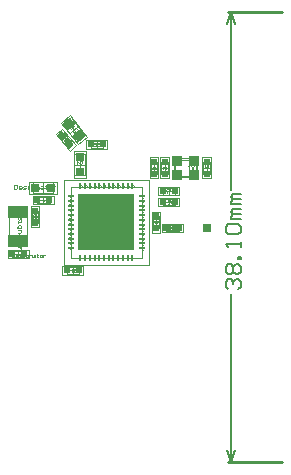
<source format=gtp>
G04 Layer_Color=8421504*
%FSAX25Y25*%
%MOIN*%
G70*
G01*
G75*
%ADD10R,0.02953X0.03150*%
%ADD11R,0.02362X0.01968*%
%ADD12R,0.07087X0.03937*%
%ADD13R,0.03740X0.03347*%
%ADD14R,0.18504X0.18504*%
%ADD15O,0.00787X0.02559*%
%ADD16O,0.02559X0.00787*%
G04:AMPARAMS|DCode=17|XSize=19.68mil|YSize=25.59mil|CornerRadius=0mil|HoleSize=0mil|Usage=FLASHONLY|Rotation=40.000|XOffset=0mil|YOffset=0mil|HoleType=Round|Shape=Rectangle|*
%AMROTATEDRECTD17*
4,1,4,0.00069,-0.01613,-0.01576,0.00348,-0.00069,0.01613,0.01576,-0.00348,0.00069,-0.01613,0.0*
%
%ADD17ROTATEDRECTD17*%

%ADD18R,0.03150X0.02953*%
%ADD19R,0.02559X0.01968*%
%ADD20R,0.01968X0.02362*%
G04:AMPARAMS|DCode=21|XSize=31.5mil|YSize=29.53mil|CornerRadius=0mil|HoleSize=0mil|Usage=FLASHONLY|Rotation=40.000|XOffset=0mil|YOffset=0mil|HoleType=Round|Shape=Rectangle|*
%AMROTATEDRECTD21*
4,1,4,-0.00257,-0.02143,-0.02155,0.00119,0.00257,0.02143,0.02155,-0.00119,-0.00257,-0.02143,0.0*
%
%ADD21ROTATEDRECTD21*%

%ADD22R,0.03000X0.03000*%
%ADD24C,0.01000*%
%ADD26C,0.00600*%
%ADD29C,0.00800*%
%ADD31C,0.00200*%
%ADD32C,0.00300*%
%ADD33C,0.00394*%
D10*
X-0018342Y0011500D02*
D03*
X-0023658D02*
D03*
D11*
X-0001232Y0025900D02*
D03*
X-0005169D02*
D03*
X0022769Y0010300D02*
D03*
X0018832D02*
D03*
X0018832Y0006800D02*
D03*
X0022769D02*
D03*
X-0013169Y-0016100D02*
D03*
X-0009232D02*
D03*
X-0022968Y0007400D02*
D03*
X-0019031D02*
D03*
X-0031368Y-0010600D02*
D03*
X-0027431D02*
D03*
D12*
X-0029400Y0003421D02*
D03*
Y-0006421D02*
D03*
D13*
X0029254Y0015837D02*
D03*
Y0020365D02*
D03*
X0023545D02*
D03*
Y0015837D02*
D03*
D14*
X0000000Y0000000D02*
D03*
D15*
X-0008661Y0011909D02*
D03*
X-0007087D02*
D03*
X-0005512D02*
D03*
X-0003937D02*
D03*
X-0002362D02*
D03*
X-0000787D02*
D03*
X0000787D02*
D03*
X0002362D02*
D03*
X0003937D02*
D03*
X0005512D02*
D03*
X0007087D02*
D03*
X0008661D02*
D03*
Y-0011909D02*
D03*
X0007087D02*
D03*
X0005512D02*
D03*
X0003937D02*
D03*
X0002362D02*
D03*
X0000787D02*
D03*
X-0000787D02*
D03*
X-0002362D02*
D03*
X-0003937D02*
D03*
X-0005512D02*
D03*
X-0007087D02*
D03*
X-0008661D02*
D03*
D16*
X0011909Y0008661D02*
D03*
Y0007087D02*
D03*
Y0005512D02*
D03*
Y0003937D02*
D03*
Y0002362D02*
D03*
Y0000787D02*
D03*
Y-0000787D02*
D03*
Y-0002362D02*
D03*
Y-0003937D02*
D03*
Y-0005512D02*
D03*
Y-0007087D02*
D03*
Y-0008661D02*
D03*
X-0011909D02*
D03*
Y-0007087D02*
D03*
Y-0005512D02*
D03*
Y-0003937D02*
D03*
Y-0002362D02*
D03*
Y-0000787D02*
D03*
Y0000787D02*
D03*
Y0002362D02*
D03*
Y0003937D02*
D03*
Y0005512D02*
D03*
Y0007087D02*
D03*
Y0008661D02*
D03*
D17*
X-0014699Y0028853D02*
D03*
X-0012295Y0025987D02*
D03*
D18*
X-0008900Y0016563D02*
D03*
Y0021878D02*
D03*
D19*
X0020230Y-0002000D02*
D03*
X0023970D02*
D03*
D20*
X-0023800Y-0000169D02*
D03*
Y0003768D02*
D03*
X0015899Y0020069D02*
D03*
Y0016132D02*
D03*
X0016500Y-0001969D02*
D03*
Y0001969D02*
D03*
X0019399Y0020069D02*
D03*
Y0016132D02*
D03*
X0033399Y0016132D02*
D03*
Y0020069D02*
D03*
D21*
X-0012505Y0032856D02*
D03*
X-0009089Y0028784D02*
D03*
D22*
X0033500Y-0001975D02*
D03*
D24*
X0040700Y-0080000D02*
X0058700D01*
X0040700Y0070000D02*
X0058700D01*
D26*
X0040634Y-0022428D02*
X0039801Y-0021595D01*
Y-0019929D01*
X0040634Y-0019096D01*
X0041467D01*
X0042300Y-0019929D01*
Y-0020762D01*
Y-0019929D01*
X0043133Y-0019096D01*
X0043966D01*
X0044799Y-0019929D01*
Y-0021595D01*
X0043966Y-0022428D01*
X0040634Y-0017430D02*
X0039801Y-0016597D01*
Y-0014931D01*
X0040634Y-0014098D01*
X0041467D01*
X0042300Y-0014931D01*
X0043133Y-0014098D01*
X0043966D01*
X0044799Y-0014931D01*
Y-0016597D01*
X0043966Y-0017430D01*
X0043133D01*
X0042300Y-0016597D01*
X0041467Y-0017430D01*
X0040634D01*
X0042300Y-0016597D02*
Y-0014931D01*
X0044799Y-0012431D02*
X0043966D01*
Y-0011598D01*
X0044799D01*
Y-0012431D01*
Y-0008266D02*
Y-0006600D01*
Y-0007433D01*
X0039801D01*
X0040634Y-0008266D01*
Y-0004101D02*
X0039801Y-0003268D01*
Y-0001602D01*
X0040634Y-0000769D01*
X0043966D01*
X0044799Y-0001602D01*
Y-0003268D01*
X0043966Y-0004101D01*
X0040634D01*
X0044799Y0000898D02*
X0041467D01*
Y0001731D01*
X0042300Y0002564D01*
X0044799D01*
X0042300D01*
X0041467Y0003397D01*
X0042300Y0004230D01*
X0044799D01*
Y0005896D02*
X0041467D01*
Y0006729D01*
X0042300Y0007562D01*
X0044799D01*
X0042300D01*
X0041467Y0008395D01*
X0042300Y0009228D01*
X0044799D01*
D29*
X0041700Y-0080000D02*
Y-0024028D01*
Y0010828D02*
Y0070000D01*
Y-0080000D02*
X0043033Y-0076000D01*
X0040367D02*
X0041700Y-0080000D01*
X0040367Y0066000D02*
X0041700Y0070000D01*
X0043033Y0066000D01*
D31*
X-0031471Y-0010483D02*
X-0031467Y-0011683D01*
X-0030867Y-0011681D01*
X-0030668Y-0011480D01*
X-0030670Y-0010680D01*
X-0030871Y-0010481D01*
X-0031471Y-0010483D01*
X-0029667Y-0011677D02*
X-0030067Y-0011678D01*
X-0030268Y-0011479D01*
X-0030269Y-0011079D01*
X-0030070Y-0010878D01*
X-0029670Y-0010877D01*
X-0029470Y-0011076D01*
X-0029469Y-0011276D01*
X-0030269Y-0011279D01*
X-0029068Y-0011675D02*
X-0028468Y-0011673D01*
X-0028269Y-0011472D01*
X-0028469Y-0011273D01*
X-0028869Y-0011274D01*
X-0029070Y-0011075D01*
X-0028870Y-0010874D01*
X-0028271Y-0010872D01*
X-0027868Y-0011671D02*
X-0027468Y-0011670D01*
X-0027668Y-0011670D01*
X-0027671Y-0010870D01*
X-0027871Y-0010871D01*
X-0026467Y-0012066D02*
X-0026267Y-0012065D01*
X-0026068Y-0011865D01*
X-0026071Y-0010865D01*
X-0026671Y-0010867D01*
X-0026870Y-0011068D01*
X-0026869Y-0011468D01*
X-0026669Y-0011667D01*
X-0026069Y-0011665D01*
X-0025669Y-0011664D02*
X-0025671Y-0010864D01*
X-0025072Y-0010862D01*
X-0024871Y-0011061D01*
X-0024869Y-0011661D01*
X-0024272Y-0010859D02*
X-0023872Y-0010858D01*
X-0023672Y-0011057D01*
X-0023670Y-0011657D01*
X-0024269Y-0011659D01*
X-0024470Y-0011460D01*
X-0024271Y-0011259D01*
X-0023671Y-0011257D01*
X-0023073Y-0010655D02*
X-0023072Y-0010855D01*
X-0023272Y-0010856D01*
X-0022872Y-0010855D01*
X-0023072Y-0010855D01*
X-0023070Y-0011455D01*
X-0022870Y-0011654D01*
X-0022070Y-0011652D02*
X-0021670Y-0011650D01*
X-0021471Y-0011450D01*
X-0021472Y-0011050D01*
X-0021673Y-0010851D01*
X-0022073Y-0010852D01*
X-0022272Y-0011052D01*
X-0022271Y-0011452D01*
X-0022070Y-0011652D01*
X-0021073Y-0010849D02*
X-0021070Y-0011648D01*
X-0021072Y-0011248D01*
X-0020872Y-0011048D01*
X-0020673Y-0010847D01*
X-0020473Y-0010847D01*
X-0004100Y0026300D02*
X-0004300Y0026500D01*
X-0004700D01*
X-0004900Y0026300D01*
Y0025500D01*
X-0004700Y0025300D01*
X-0004300D01*
X-0004100Y0025500D01*
X-0003700Y0025300D02*
X-0003300D01*
X-0003500D01*
Y0026500D01*
X-0003700Y0026300D01*
X-0002701D02*
X-0002501Y0026500D01*
X-0002101D01*
X-0001901Y0026300D01*
Y0026100D01*
X-0002101Y0025900D01*
X-0002301D01*
X-0002101D01*
X-0001901Y0025700D01*
Y0025500D01*
X-0002101Y0025300D01*
X-0002501D01*
X-0002701Y0025500D01*
X-0014131Y0029108D02*
X-0015049Y0028337D01*
X-0014536Y0027724D01*
X-0013513Y0028060D02*
X-0013231Y0028036D01*
X-0012974Y0027729D01*
X-0012999Y0027448D01*
X-0013152Y0027319D01*
X-0013433Y0027344D01*
X-0013562Y0027497D01*
X-0013433Y0027344D01*
X-0013458Y0027062D01*
X-0013611Y0026934D01*
X-0013893Y0026958D01*
X-0014150Y0027264D01*
X-0014125Y0027546D01*
X0020400Y-0001400D02*
Y-0002600D01*
X0021200D01*
X0021600D02*
X0022000D01*
X0021800D01*
Y-0001400D01*
X0021600Y-0001600D01*
X-0023400Y0002700D02*
X-0023200Y0002900D01*
Y0003300D01*
X-0023400Y0003500D01*
X-0024200D01*
X-0024400Y0003300D01*
Y0002900D01*
X-0024200Y0002700D01*
X-0024400Y0002300D02*
Y0001901D01*
Y0002101D01*
X-0023200D01*
X-0023400Y0002300D01*
X-0024400Y0001301D02*
Y0000901D01*
Y0001101D01*
X-0023200D01*
X-0023400Y0001301D01*
X0015500Y0017200D02*
X0015300Y0017000D01*
Y0016601D01*
X0015500Y0016401D01*
X0016299D01*
X0016499Y0016601D01*
Y0017000D01*
X0016299Y0017200D01*
X0015500Y0017600D02*
X0015300Y0017800D01*
Y0018200D01*
X0015500Y0018400D01*
X0015700D01*
X0015900Y0018200D01*
X0016100Y0018400D01*
X0016299D01*
X0016499Y0018200D01*
Y0017800D01*
X0016299Y0017600D01*
X0016100D01*
X0015900Y0017800D01*
X0015700Y0017600D01*
X0015500D01*
X0015900Y0017800D02*
Y0018200D01*
X0019900Y0010700D02*
X0019700Y0010900D01*
X0019300D01*
X0019100Y0010700D01*
Y0009900D01*
X0019300Y0009700D01*
X0019700D01*
X0019900Y0009900D01*
X0020300Y0010900D02*
X0021099D01*
Y0010700D01*
X0020300Y0009900D01*
Y0009700D01*
X0021700Y0006400D02*
X0021900Y0006200D01*
X0022300D01*
X0022500Y0006400D01*
Y0007200D01*
X0022300Y0007400D01*
X0021900D01*
X0021700Y0007200D01*
X0020501Y0006200D02*
X0020900Y0006400D01*
X0021300Y0006800D01*
Y0007200D01*
X0021101Y0007400D01*
X0020701D01*
X0020501Y0007200D01*
Y0007000D01*
X0020701Y0006800D01*
X0021300D01*
X-0010300Y-0016500D02*
X-0010100Y-0016700D01*
X-0009700D01*
X-0009500Y-0016500D01*
Y-0015700D01*
X-0009700Y-0015500D01*
X-0010100D01*
X-0010300Y-0015700D01*
X-0011499Y-0016700D02*
X-0010700D01*
Y-0016100D01*
X-0011100Y-0016300D01*
X-0011299D01*
X-0011499Y-0016100D01*
Y-0015700D01*
X-0011299Y-0015500D01*
X-0010900D01*
X-0010700Y-0015700D01*
X-0020100Y0007000D02*
X-0019900Y0006800D01*
X-0019500D01*
X-0019300Y0007000D01*
Y0007800D01*
X-0019500Y0008000D01*
X-0019900D01*
X-0020100Y0007800D01*
X-0021099Y0008000D02*
Y0006800D01*
X-0020500Y0007400D01*
X-0021299D01*
X0016900Y0000900D02*
X0017100Y0001100D01*
Y0001500D01*
X0016900Y0001700D01*
X0016100D01*
X0015900Y0001500D01*
Y0001100D01*
X0016100Y0000900D01*
X0016900Y0000500D02*
X0017100Y0000301D01*
Y-0000099D01*
X0016900Y-0000299D01*
X0016700D01*
X0016500Y-0000099D01*
Y0000100D01*
Y-0000099D01*
X0016300Y-0000299D01*
X0016100D01*
X0015900Y-0000099D01*
Y0000301D01*
X0016100Y0000500D01*
X0019000Y0017200D02*
X0018800Y0017000D01*
Y0016601D01*
X0019000Y0016401D01*
X0019799D01*
X0019999Y0016601D01*
Y0017000D01*
X0019799Y0017200D01*
X0019999Y0018400D02*
Y0017600D01*
X0019200Y0018400D01*
X0019000D01*
X0018800Y0018200D01*
Y0017800D01*
X0019000Y0017600D01*
X0033799Y0019001D02*
X0033999Y0019201D01*
Y0019601D01*
X0033799Y0019801D01*
X0032999D01*
X0032799Y0019601D01*
Y0019201D01*
X0032999Y0019001D01*
X0032799Y0018601D02*
Y0018201D01*
Y0018401D01*
X0033999D01*
X0033799Y0018601D01*
D32*
X-0027900Y0004799D02*
X-0029400D01*
Y0004050D01*
X-0029150Y0003799D01*
X-0028150D01*
X-0027900Y0004050D01*
Y0004799D01*
X-0029400Y0002550D02*
Y0003050D01*
X-0029150Y0003300D01*
X-0028650D01*
X-0028400Y0003050D01*
Y0002550D01*
X-0028650Y0002300D01*
X-0028900D01*
Y0003300D01*
X-0029400Y0001800D02*
Y0001050D01*
X-0029150Y0000800D01*
X-0028900Y0001050D01*
Y0001550D01*
X-0028650Y0001800D01*
X-0028400Y0001550D01*
Y0000800D01*
X-0029400Y0000301D02*
Y-0000199D01*
Y0000051D01*
X-0028400D01*
Y0000301D01*
X-0029900Y-0001449D02*
Y-0001699D01*
X-0029650Y-0001949D01*
X-0028400D01*
Y-0001199D01*
X-0028650Y-0000949D01*
X-0029150D01*
X-0029400Y-0001199D01*
Y-0001949D01*
Y-0002448D02*
X-0028400D01*
Y-0003198D01*
X-0028650Y-0003448D01*
X-0029400D01*
X-0028400Y-0004198D02*
Y-0004698D01*
X-0028650Y-0004948D01*
X-0029400D01*
Y-0004198D01*
X-0029150Y-0003948D01*
X-0028900Y-0004198D01*
Y-0004948D01*
X-0028150Y-0005697D02*
X-0028400D01*
Y-0005447D01*
Y-0005947D01*
Y-0005697D01*
X-0029150D01*
X-0029400Y-0005947D01*
Y-0006947D02*
Y-0007447D01*
X-0029150Y-0007697D01*
X-0028650D01*
X-0028400Y-0007447D01*
Y-0006947D01*
X-0028650Y-0006697D01*
X-0029150D01*
X-0029400Y-0006947D01*
X-0028400Y-0008197D02*
X-0029400D01*
X-0028900D01*
X-0028650Y-0008447D01*
X-0028400Y-0008697D01*
Y-0008946D01*
X-0030715Y0012472D02*
Y0010973D01*
X-0029965D01*
X-0029715Y0011223D01*
Y0012223D01*
X-0029965Y0012472D01*
X-0030715D01*
X-0028466Y0010973D02*
X-0028965D01*
X-0029215Y0011223D01*
Y0011723D01*
X-0028965Y0011973D01*
X-0028466D01*
X-0028216Y0011723D01*
Y0011473D01*
X-0029215D01*
X-0027716Y0010973D02*
X-0026966D01*
X-0026716Y0011223D01*
X-0026966Y0011473D01*
X-0027466D01*
X-0027716Y0011723D01*
X-0027466Y0011973D01*
X-0026716D01*
X-0026216Y0010973D02*
X-0025716D01*
X-0025966D01*
Y0011973D01*
X-0026216D01*
X-0024467Y0010473D02*
X-0024217D01*
X-0023967Y0010723D01*
Y0011973D01*
X-0024717D01*
X-0024967Y0011723D01*
Y0011223D01*
X-0024717Y0010973D01*
X-0023967D01*
X-0023467D02*
Y0011973D01*
X-0022717D01*
X-0022467Y0011723D01*
Y0010973D01*
X-0021718Y0011973D02*
X-0021218D01*
X-0020968Y0011723D01*
Y0010973D01*
X-0021718D01*
X-0021968Y0011223D01*
X-0021718Y0011473D01*
X-0020968D01*
X-0020218Y0012223D02*
Y0011973D01*
X-0020468D01*
X-0019968D01*
X-0020218D01*
Y0011223D01*
X-0019968Y0010973D01*
X-0018969D02*
X-0018469D01*
X-0018219Y0011223D01*
Y0011723D01*
X-0018469Y0011973D01*
X-0018969D01*
X-0019218Y0011723D01*
Y0011223D01*
X-0018969Y0010973D01*
X-0017719Y0011973D02*
Y0010973D01*
Y0011473D01*
X-0017469Y0011723D01*
X-0017219Y0011973D01*
X-0016969D01*
X0029155Y0017389D02*
X0028156Y0018888D01*
Y0017389D02*
X0029155Y0018888D01*
X0027656D02*
X0027156D01*
X0027406D01*
Y0017389D01*
X0027656Y0017639D01*
X-0004331Y0000712D02*
Y-0000538D01*
X-0004081Y-0000787D01*
X-0003581D01*
X-0003331Y-0000538D01*
Y0000712D01*
X-0002831Y-0000787D02*
X-0002331D01*
X-0002581D01*
Y0000712D01*
X-0002831Y0000462D01*
X-0008188Y0021976D02*
X-0009687D01*
Y0020977D01*
Y0019477D02*
Y0020477D01*
X-0008688Y0019477D01*
X-0008438D01*
X-0008188Y0019727D01*
Y0020227D01*
X-0008438Y0020477D01*
X-0011358Y0032565D02*
X-0011327Y0032917D01*
X-0011648Y0033300D01*
X-0012000Y0033331D01*
X-0012766Y0032688D01*
X-0012797Y0032336D01*
X-0012476Y0031953D01*
X-0012124Y0031922D01*
X-0011994Y0031379D02*
X-0011672Y0030996D01*
X-0011833Y0031187D01*
X-0010684Y0032151D01*
X-0011037Y0032182D01*
X-0010233Y0031225D02*
X-0009881Y0031194D01*
X-0009560Y0030811D01*
X-0009591Y0030459D01*
X-0010357Y0029816D01*
X-0010709Y0029847D01*
X-0011030Y0030230D01*
X-0010999Y0030582D01*
X-0010233Y0031225D01*
D33*
X0022856Y0014951D02*
G03*
X0022462Y0015345I-0000394J0000000D01*
G01*
Y0020857D02*
G03*
X0022856Y0021250I0000000J0000394D01*
G01*
X0029943D02*
G03*
X0030336Y0020857I0000394J0000000D01*
G01*
Y0015345D02*
G03*
X0029943Y0014951I0000000J-0000394D01*
G01*
X0023368Y0020739D02*
G03*
X0022974Y0020345I0000000J-0000394D01*
G01*
X0029825D02*
G03*
X0029431Y0020739I-0000394J0000000D01*
G01*
X0022974Y0015857D02*
G03*
X0023368Y0015463I0000394J0000000D01*
G01*
X0029431D02*
G03*
X0029825Y0015857I0000000J0000394D01*
G01*
X-0012090Y0007564D02*
G03*
X-0012090Y0006814I0000000J-0000375D01*
G01*
Y0005990D02*
G03*
X-0012090Y0005240I0000000J-0000375D01*
G01*
Y0004415D02*
G03*
X-0012090Y0003665I0000000J-0000375D01*
G01*
Y0002840D02*
G03*
X-0012090Y0002090I0000000J-0000375D01*
G01*
Y0001265D02*
G03*
X-0012090Y0000515I0000000J-0000375D01*
G01*
Y-0000310D02*
G03*
X-0012090Y-0001060I0000000J-0000375D01*
G01*
Y-0001884D02*
G03*
X-0012090Y-0002634I0000000J-0000375D01*
G01*
Y-0003459D02*
G03*
X-0012090Y-0004209I0000000J-0000375D01*
G01*
Y-0005034D02*
G03*
X-0012090Y-0005784I0000000J-0000375D01*
G01*
Y-0006609D02*
G03*
X-0012090Y-0007359I0000000J-0000375D01*
G01*
Y-0008184D02*
G03*
X-0012090Y-0008934I0000000J-0000375D01*
G01*
Y0009139D02*
G03*
X-0012090Y0008389I0000000J-0000375D01*
G01*
X-0006615Y0007874D02*
G03*
X-0006615Y0007874I-0001259J0000000D01*
G01*
X-0009139Y-0012090D02*
G03*
X-0008389Y-0012090I0000375J0000000D01*
G01*
X0008184D02*
G03*
X0008934Y-0012090I0000375J0000000D01*
G01*
X0006609D02*
G03*
X0007359Y-0012090I0000375J0000000D01*
G01*
X0005034D02*
G03*
X0005784Y-0012090I0000375J0000000D01*
G01*
X0003459Y-0012090D02*
G03*
X0004209Y-0012090I0000375J0000000D01*
G01*
X0001884D02*
G03*
X0002634Y-0012090I0000375J0000000D01*
G01*
X0000310D02*
G03*
X0001060Y-0012090I0000375J0000000D01*
G01*
X-0001265Y-0012090D02*
G03*
X-0000515Y-0012090I0000375J0000000D01*
G01*
X-0002840Y-0012090D02*
G03*
X-0002090Y-0012090I0000375J0000000D01*
G01*
X-0004415Y-0012090D02*
G03*
X-0003665Y-0012090I0000375J0000000D01*
G01*
X-0005990D02*
G03*
X-0005240Y-0012090I0000375J0000000D01*
G01*
X-0007564D02*
G03*
X-0006814Y-0012090I0000375J0000000D01*
G01*
X0012090Y-0009139D02*
G03*
X0012090Y-0008389I0000000J0000375D01*
G01*
Y0008184D02*
G03*
X0012090Y0008934I0000000J0000375D01*
G01*
Y0006609D02*
G03*
X0012090Y0007359I0000000J0000375D01*
G01*
Y0005034D02*
G03*
X0012090Y0005784I0000000J0000375D01*
G01*
X0012090Y0003459D02*
G03*
X0012090Y0004209I0000000J0000375D01*
G01*
Y0001884D02*
G03*
X0012090Y0002634I0000000J0000375D01*
G01*
Y0000310D02*
G03*
X0012090Y0001060I0000000J0000375D01*
G01*
X0012090Y-0001265D02*
G03*
X0012090Y-0000515I0000000J0000375D01*
G01*
X0012090Y-0002840D02*
G03*
X0012090Y-0002090I0000000J0000375D01*
G01*
X0012090Y-0004415D02*
G03*
X0012090Y-0003665I0000000J0000375D01*
G01*
Y-0005990D02*
G03*
X0012090Y-0005240I0000000J0000375D01*
G01*
Y-0007564D02*
G03*
X0012090Y-0006814I0000000J0000375D01*
G01*
X0009139Y0012090D02*
G03*
X0008389Y0012090I-0000375J0000000D01*
G01*
X-0008184D02*
G03*
X-0008934Y0012090I-0000375J0000000D01*
G01*
X-0006609D02*
G03*
X-0007359Y0012090I-0000375J0000000D01*
G01*
X-0005034D02*
G03*
X-0005784Y0012090I-0000375J0000000D01*
G01*
X-0003459Y0012090D02*
G03*
X-0004209Y0012090I-0000375J0000000D01*
G01*
X-0001884D02*
G03*
X-0002634Y0012090I-0000375J0000000D01*
G01*
X-0000310D02*
G03*
X-0001060Y0012090I-0000375J0000000D01*
G01*
X0001265Y0012090D02*
G03*
X0000515Y0012090I-0000375J0000000D01*
G01*
X0002840Y0012090D02*
G03*
X0002090Y0012090I-0000375J0000000D01*
G01*
X0004415Y0012090D02*
G03*
X0003665Y0012090I-0000375J0000000D01*
G01*
X0005990D02*
G03*
X0005240Y0012090I-0000375J0000000D01*
G01*
X0007564D02*
G03*
X0006814Y0012090I-0000375J0000000D01*
G01*
X-0017653Y0009728D02*
Y0013272D01*
X-0024347Y0009728D02*
Y0013272D01*
Y0009728D02*
X-0017653D01*
X-0024347Y0013272D02*
X-0017653D01*
X-0005267Y0024817D02*
X-0001133D01*
X-0005267Y0026983D02*
X-0001133D01*
Y0024817D02*
Y0026983D01*
X-0005267Y0024817D02*
Y0026983D01*
X-0032353Y-0007799D02*
Y0004799D01*
X-0026447D01*
Y-0007799D02*
Y0004799D01*
X-0032353Y-0007799D02*
X-0026447D01*
X0030336Y0015345D02*
Y0020857D01*
X0022856Y0021250D02*
X0029943D01*
X0022462Y0015345D02*
Y0020857D01*
X0022856Y0014951D02*
X0029943D01*
X0023368Y0020739D02*
X0029431D01*
X0023368Y0015463D02*
X0029431D01*
X0029825Y0015857D02*
Y0020345D01*
X0022974Y0015857D02*
Y0020345D01*
X-0011811Y-0011811D02*
X0011811D01*
X-0011811Y0011811D02*
X0011811D01*
Y-0011811D02*
Y0011811D01*
X-0012090Y0006814D02*
X-0011811D01*
X-0012090Y0007564D02*
X-0011811D01*
X-0012090Y0005240D02*
X-0011811D01*
X-0012090Y0005990D02*
X-0011811D01*
X-0012090Y0003665D02*
X-0011811D01*
X-0012090Y0004415D02*
X-0011811D01*
X-0012090Y0002090D02*
X-0011811D01*
X-0012090Y0002840D02*
X-0011811D01*
X-0012090Y0000515D02*
X-0011811D01*
X-0012090Y0001265D02*
X-0011811D01*
X-0012090Y-0001060D02*
X-0011811D01*
X-0012090Y-0000310D02*
X-0011811D01*
X-0012090Y-0002634D02*
X-0011811D01*
X-0012090Y-0001884D02*
X-0011811D01*
X-0012090Y-0004209D02*
X-0011811D01*
X-0012090Y-0003459D02*
X-0011811D01*
X-0012090Y-0005784D02*
X-0011811D01*
X-0012090Y-0005034D02*
X-0011811D01*
X-0012090Y-0007359D02*
X-0011811D01*
X-0012090Y-0006609D02*
X-0011811D01*
X-0012090Y-0008934D02*
X-0011811D01*
X-0012090Y-0008184D02*
X-0011811D01*
X-0012090Y0008389D02*
X-0011811D01*
X-0012090Y0009139D02*
X-0011811D01*
X-0011811Y-0011811D02*
Y0011811D01*
X-0009139Y-0012090D02*
Y-0011811D01*
X-0008389Y-0012090D02*
Y-0011811D01*
X0008184Y-0012090D02*
Y-0011811D01*
X0008934Y-0012090D02*
Y-0011811D01*
X0006609Y-0012090D02*
Y-0011811D01*
X0007359Y-0012090D02*
Y-0011811D01*
X0005034Y-0012090D02*
Y-0011811D01*
X0005784Y-0012090D02*
Y-0011811D01*
X0003459Y-0012090D02*
Y-0011811D01*
X0004209Y-0012090D02*
Y-0011811D01*
X0001884Y-0012090D02*
Y-0011811D01*
X0002634D02*
X0002634Y-0012090D01*
X0000310Y-0012090D02*
Y-0011811D01*
X0001060Y-0012090D02*
Y-0011811D01*
X-0001265Y-0012090D02*
Y-0011811D01*
X-0000515Y-0012090D02*
Y-0011811D01*
X-0002840Y-0012090D02*
X-0002840Y-0011811D01*
X-0002090Y-0012090D02*
Y-0011811D01*
X-0004415D02*
X-0004415Y-0012090D01*
X-0003665Y-0012090D02*
Y-0011811D01*
X-0005990Y-0012090D02*
Y-0011811D01*
X-0005240Y-0012090D02*
Y-0011811D01*
X-0007564D02*
X-0007564Y-0012090D01*
X-0006814Y-0012090D02*
Y-0011811D01*
X0011811Y-0009139D02*
X0012090D01*
X0011811Y-0008389D02*
X0012090D01*
X0011811Y0008184D02*
X0012090D01*
X0011811Y0008934D02*
X0012090D01*
X0011811Y0006609D02*
X0012090D01*
X0011811Y0007359D02*
X0012090D01*
X0011811Y0005034D02*
X0012090D01*
X0011811Y0005784D02*
X0012090D01*
X0011811Y0003459D02*
X0012090D01*
X0011811Y0004209D02*
X0012090D01*
X0011811Y0001884D02*
X0012090D01*
X0011811Y0002634D02*
X0012090Y0002634D01*
X0011811Y0000310D02*
X0012090D01*
X0011811Y0001060D02*
X0012090D01*
X0011811Y-0001265D02*
X0012090D01*
X0011811Y-0000515D02*
X0012090D01*
X0011811Y-0002840D02*
X0012090Y-0002840D01*
X0011811Y-0002090D02*
X0012090D01*
X0011811Y-0004415D02*
X0012090Y-0004415D01*
X0011811Y-0003665D02*
X0012090D01*
X0011811Y-0005990D02*
X0012090D01*
X0011811Y-0005240D02*
X0012090D01*
X0011811Y-0007564D02*
X0012090Y-0007564D01*
X0011811Y-0006814D02*
X0012090D01*
X0009139Y0011811D02*
Y0012090D01*
X0008389Y0011811D02*
Y0012090D01*
X-0008184Y0011811D02*
Y0012090D01*
X-0008934Y0011811D02*
Y0012090D01*
X-0006609Y0011811D02*
Y0012090D01*
X-0007359Y0011811D02*
Y0012090D01*
X-0005034Y0011811D02*
Y0012090D01*
X-0005784Y0011811D02*
Y0012090D01*
X-0003459Y0011811D02*
Y0012090D01*
X-0004209Y0011811D02*
Y0012090D01*
X-0001884Y0011811D02*
Y0012090D01*
X-0002634Y0012090D02*
X-0002634Y0011811D01*
X-0000310D02*
Y0012090D01*
X-0001060Y0011811D02*
Y0012090D01*
X0001265Y0011811D02*
Y0012090D01*
X0000515Y0011811D02*
Y0012090D01*
X0002840Y0011811D02*
X0002840Y0012090D01*
X0002090Y0011811D02*
Y0012090D01*
X0004415Y0012090D02*
X0004415Y0011811D01*
X0003665D02*
Y0012090D01*
X0005990Y0011811D02*
Y0012090D01*
X0005240Y0011811D02*
Y0012090D01*
X0007564Y0012090D02*
X0007564Y0011811D01*
X0006814D02*
Y0012090D01*
X-0015655Y0028307D02*
X-0013996Y0029699D01*
X-0012998Y0025141D02*
X-0011339Y0026533D01*
X-0013996Y0029699D02*
X-0011339Y0026533D01*
X-0015655Y0028307D02*
X-0012998Y0025141D01*
X-0010672Y0015874D02*
Y0022567D01*
X-0007128Y0015874D02*
Y0022567D01*
X-0010672Y0015874D02*
X-0007128D01*
X-0010672Y0022567D02*
X-0007128D01*
X0020033Y-0003083D02*
Y-0000917D01*
X0024167Y-0003083D02*
Y-0000917D01*
X0020033D02*
X0024167D01*
X0020033Y-0003083D02*
X0024167D01*
X-0024883Y-0000267D02*
Y0003867D01*
X-0022717Y-0000267D02*
Y0003867D01*
X-0024883Y-0000267D02*
X-0022717D01*
X-0024883Y0003867D02*
X-0022717D01*
X-0014305Y0032245D02*
X-0011591Y0034522D01*
X-0010003Y0027118D02*
X-0007289Y0029395D01*
X-0011591Y0034522D02*
X-0007289Y0029395D01*
X-0014305Y0032245D02*
X-0010003Y0027118D01*
X0016982Y0016034D02*
Y0020168D01*
X0014817Y0016034D02*
Y0020168D01*
X0016982D01*
X0014817Y0016034D02*
X0016982D01*
X0018733Y0009217D02*
X0022867D01*
X0018733Y0011383D02*
X0022867D01*
Y0009217D02*
Y0011383D01*
X0018733Y0009217D02*
Y0011383D01*
Y0007883D02*
X0022867D01*
X0018733Y0005717D02*
X0022867D01*
X0018733D02*
Y0007883D01*
X0022867Y0005717D02*
Y0007883D01*
X-0013267Y-0015017D02*
X-0009133D01*
X-0013267Y-0017183D02*
X-0009133D01*
X-0013267D02*
Y-0015017D01*
X-0009133Y-0017183D02*
Y-0015017D01*
X-0023067Y0008483D02*
X-0018933D01*
X-0023067Y0006317D02*
X-0018933D01*
X-0023067D02*
Y0008483D01*
X-0018933Y0006317D02*
Y0008483D01*
X0015417Y-0002067D02*
Y0002067D01*
X0017583Y-0002067D02*
Y0002067D01*
X0015417Y-0002067D02*
X0017583D01*
X0015417Y0002067D02*
X0017583D01*
X0020482Y0016034D02*
Y0020168D01*
X0018317Y0016034D02*
Y0020168D01*
X0020482D01*
X0018317Y0016034D02*
X0020482D01*
X0032317D02*
Y0020168D01*
X0034482Y0016034D02*
Y0020168D01*
X0032317Y0016034D02*
X0034482D01*
X0032317Y0020168D02*
X0034482D01*
X-0031467Y-0009517D02*
X-0027333D01*
X-0031467Y-0011683D02*
X-0027333D01*
X-0031467D02*
Y-0009517D01*
X-0027333Y-0011683D02*
Y-0009517D01*
X-0026447Y-0007012D02*
G03*
X-0027235Y-0007799I-0000000J-0000787D01*
G01*
X-0031565D02*
G03*
X-0032353Y-0007012I-0000787J0000000D01*
G01*
X-0032353Y0004012D02*
G03*
X-0031565Y0004799I0000000J0000787D01*
G01*
X-0027235D02*
G03*
X-0026447Y0004012I0000787J0000000D01*
G01*
X-0022772Y0011500D02*
X-0019228D01*
X-0021000Y0009728D02*
Y0013272D01*
X-0025626Y0013468D02*
X-0016374D01*
X-0025626Y0009532D02*
X-0016374D01*
X-0025626D02*
Y0013468D01*
X-0016374Y0009532D02*
Y0013468D01*
X-0003200Y0024817D02*
Y0026983D01*
X-0004283Y0025900D02*
X-0002117D01*
X-0006743Y0024522D02*
Y0027278D01*
X0000343Y0024522D02*
Y0027278D01*
X-0006743D02*
X0000343D01*
X-0006743Y0024522D02*
X0000343D01*
X-0031565Y-0007799D02*
X-0027235D01*
X-0032353Y-0007012D02*
Y0004012D01*
X-0031565Y0004799D02*
X-0027235D01*
X-0026447Y-0007012D02*
Y0004012D01*
X0000000Y-0001969D02*
Y0001969D01*
X-0001969Y0000000D02*
X0001969D01*
X-0014173Y-0014173D02*
X0014173D01*
X-0014173Y0014173D02*
X0014173D01*
Y-0014173D02*
Y0014173D01*
X-0014173Y-0014173D02*
Y0014173D01*
X-0016830Y0029249D02*
X-0014719Y0031020D01*
X-0012275Y0023820D02*
X-0010164Y0025591D01*
X-0014719Y0031020D02*
X-0010164Y0025591D01*
X-0016830Y0029249D02*
X-0012275Y0023820D01*
X-0014193Y0028249D02*
X-0012801Y0026591D01*
X-0014327Y0026724D02*
X-0012668Y0028116D01*
X-0010672Y0019220D02*
X-0007128D01*
X-0008900Y0017449D02*
Y0020992D01*
X-0010869Y0023846D02*
X-0006932D01*
X-0010869Y0014594D02*
X-0006932D01*
Y0023846D01*
X-0010869Y0014594D02*
Y0023846D01*
X0018557Y-0003378D02*
Y-0000622D01*
X0025643Y-0003378D02*
Y-0000622D01*
X0018557D02*
X0025643D01*
X0018557Y-0003378D02*
X0025643D01*
X0021017Y-0002000D02*
X0023183D01*
X0022100Y-0003083D02*
Y-0000917D01*
X-0024883Y0001800D02*
X-0022717D01*
X-0023800Y0000717D02*
Y0002883D01*
X-0025178Y0005343D02*
X-0022422D01*
X-0025178Y-0001743D02*
X-0022422D01*
Y0005343D01*
X-0025178Y-0001743D02*
Y0005343D01*
X-0011936Y0032177D02*
X-0009658Y0029463D01*
X-0012154Y0029681D02*
X-0009440Y0031959D01*
X-0015279Y0033098D02*
X-0009332Y0026011D01*
X-0012263Y0035629D02*
X-0006316Y0028542D01*
X-0009332Y0026011D02*
X-0006316Y0028542D01*
X-0015279Y0033098D02*
X-0012263Y0035629D01*
X0014817Y0018101D02*
X0016982D01*
X0015899Y0017018D02*
Y0019183D01*
X0014521Y0014557D02*
X0017277D01*
X0014521Y0021644D02*
X0017277D01*
X0014521Y0014557D02*
Y0021644D01*
X0017277Y0014557D02*
Y0021644D01*
X0020800Y0009217D02*
Y0011383D01*
X0019717Y0010300D02*
X0021883D01*
X0017257Y0008922D02*
Y0011678D01*
X0024343Y0008922D02*
Y0011678D01*
X0017257D02*
X0024343D01*
X0017257Y0008922D02*
X0024343D01*
X0020800Y0005717D02*
Y0007883D01*
X0019717Y0006800D02*
X0021883D01*
X0024343Y0005422D02*
Y0008178D01*
X0017257Y0005422D02*
Y0008178D01*
Y0005422D02*
X0024343D01*
X0017257Y0008178D02*
X0024343D01*
X-0011200Y-0017183D02*
Y-0015017D01*
X-0012283Y-0016100D02*
X-0010117D01*
X-0007657Y-0017478D02*
Y-0014722D01*
X-0014743Y-0017478D02*
Y-0014722D01*
Y-0017478D02*
X-0007657D01*
X-0014743Y-0014722D02*
X-0007657D01*
X-0021000Y0006317D02*
Y0008483D01*
X-0022083Y0007400D02*
X-0019917D01*
X-0017457Y0006022D02*
Y0008778D01*
X-0024543Y0006022D02*
Y0008778D01*
Y0006022D02*
X-0017457D01*
X-0024543Y0008778D02*
X-0017457D01*
X0015417Y0000000D02*
X0017583D01*
X0016500Y-0001083D02*
Y0001083D01*
X0015122Y0003543D02*
X0017878D01*
X0015122Y-0003543D02*
X0017878D01*
Y0003543D01*
X0015122Y-0003543D02*
Y0003543D01*
X0018317Y0018101D02*
X0020482D01*
X0019399Y0017018D02*
Y0019183D01*
X0018021Y0014557D02*
X0020777D01*
X0018021Y0021644D02*
X0020777D01*
X0018021Y0014557D02*
Y0021644D01*
X0020777Y0014557D02*
Y0021644D01*
X0032317Y0018101D02*
X0034482D01*
X0033399Y0017018D02*
Y0019183D01*
X0032021Y0021644D02*
X0034777D01*
X0032021Y0014557D02*
X0034777D01*
Y0021644D01*
X0032021Y0014557D02*
Y0021644D01*
X-0029400Y-0011683D02*
Y-0009517D01*
X-0030483Y-0010600D02*
X-0028317D01*
X-0025857Y-0011978D02*
Y-0009222D01*
X-0032943Y-0011978D02*
Y-0009222D01*
Y-0011978D02*
X-0025857D01*
X-0032943Y-0009222D02*
X-0025857D01*
M02*

</source>
